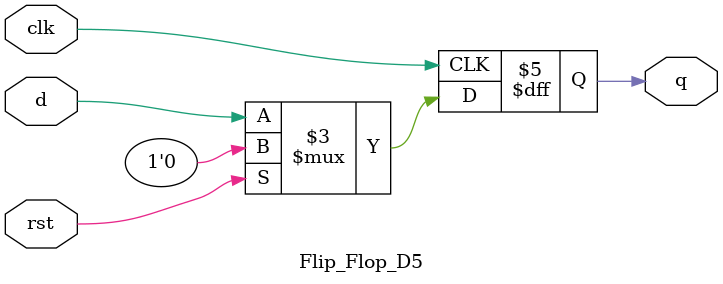
<source format=v>
`timescale 1ns / 1ps
module Flip_Flop_D5(
    input clk,
    input d,
    input rst,
    output reg q
    );

	 always @(posedge clk)
	 if (rst) 
	 q <= 0;
	 else
	 q <= d;


endmodule

</source>
